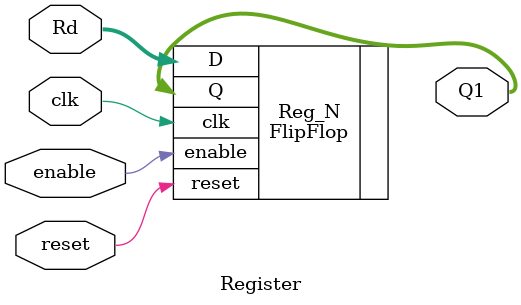
<source format=v>
module Register #(parameter WIDTH = 32)
(
	input [WIDTH-1:0] Rd,
	input clk, reset,
	input enable,
	
	output [WIDTH-1:0] Q1 
);

FlipFlop Reg_N (.D(Rd), .reset(reset), .clk(clk), .Q(Q1), .enable(enable));
endmodule 
</source>
